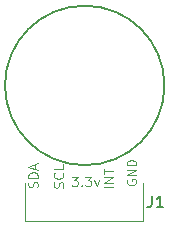
<source format=gbr>
%TF.GenerationSoftware,KiCad,Pcbnew,(5.1.10)-1*%
%TF.CreationDate,2021-10-06T18:30:59-05:00*%
%TF.ProjectId,BYTE_Magnetic,42595445-5f4d-4616-976e-657469632e6b,rev?*%
%TF.SameCoordinates,Original*%
%TF.FileFunction,Legend,Top*%
%TF.FilePolarity,Positive*%
%FSLAX46Y46*%
G04 Gerber Fmt 4.6, Leading zero omitted, Abs format (unit mm)*
G04 Created by KiCad (PCBNEW (5.1.10)-1) date 2021-10-06 18:30:59*
%MOMM*%
%LPD*%
G01*
G04 APERTURE LIST*
%ADD10C,0.120000*%
%ADD11C,0.160000*%
%ADD12C,0.150000*%
G04 APERTURE END LIST*
D10*
X178013809Y-120291428D02*
X178051904Y-120177142D01*
X178051904Y-119986666D01*
X178013809Y-119910476D01*
X177975714Y-119872380D01*
X177899523Y-119834285D01*
X177823333Y-119834285D01*
X177747142Y-119872380D01*
X177709047Y-119910476D01*
X177670952Y-119986666D01*
X177632857Y-120139047D01*
X177594761Y-120215238D01*
X177556666Y-120253333D01*
X177480476Y-120291428D01*
X177404285Y-120291428D01*
X177328095Y-120253333D01*
X177290000Y-120215238D01*
X177251904Y-120139047D01*
X177251904Y-119948571D01*
X177290000Y-119834285D01*
X178051904Y-119491428D02*
X177251904Y-119491428D01*
X177251904Y-119300952D01*
X177290000Y-119186666D01*
X177366190Y-119110476D01*
X177442380Y-119072380D01*
X177594761Y-119034285D01*
X177709047Y-119034285D01*
X177861428Y-119072380D01*
X177937619Y-119110476D01*
X178013809Y-119186666D01*
X178051904Y-119300952D01*
X178051904Y-119491428D01*
X177823333Y-118729523D02*
X177823333Y-118348571D01*
X178051904Y-118805714D02*
X177251904Y-118539047D01*
X178051904Y-118272380D01*
X180917142Y-119401904D02*
X181412380Y-119401904D01*
X181145714Y-119706666D01*
X181260000Y-119706666D01*
X181336190Y-119744761D01*
X181374285Y-119782857D01*
X181412380Y-119859047D01*
X181412380Y-120049523D01*
X181374285Y-120125714D01*
X181336190Y-120163809D01*
X181260000Y-120201904D01*
X181031428Y-120201904D01*
X180955238Y-120163809D01*
X180917142Y-120125714D01*
X181755238Y-120125714D02*
X181793333Y-120163809D01*
X181755238Y-120201904D01*
X181717142Y-120163809D01*
X181755238Y-120125714D01*
X181755238Y-120201904D01*
X182060000Y-119401904D02*
X182555238Y-119401904D01*
X182288571Y-119706666D01*
X182402857Y-119706666D01*
X182479047Y-119744761D01*
X182517142Y-119782857D01*
X182555238Y-119859047D01*
X182555238Y-120049523D01*
X182517142Y-120125714D01*
X182479047Y-120163809D01*
X182402857Y-120201904D01*
X182174285Y-120201904D01*
X182098095Y-120163809D01*
X182060000Y-120125714D01*
X182821904Y-119668571D02*
X183012380Y-120201904D01*
X183202857Y-119668571D01*
X184421904Y-120293809D02*
X183621904Y-120293809D01*
X184421904Y-119912857D02*
X183621904Y-119912857D01*
X184421904Y-119455714D01*
X183621904Y-119455714D01*
X183621904Y-119189047D02*
X183621904Y-118731904D01*
X184421904Y-118960476D02*
X183621904Y-118960476D01*
X180173809Y-120322380D02*
X180211904Y-120208095D01*
X180211904Y-120017619D01*
X180173809Y-119941428D01*
X180135714Y-119903333D01*
X180059523Y-119865238D01*
X179983333Y-119865238D01*
X179907142Y-119903333D01*
X179869047Y-119941428D01*
X179830952Y-120017619D01*
X179792857Y-120170000D01*
X179754761Y-120246190D01*
X179716666Y-120284285D01*
X179640476Y-120322380D01*
X179564285Y-120322380D01*
X179488095Y-120284285D01*
X179450000Y-120246190D01*
X179411904Y-120170000D01*
X179411904Y-119979523D01*
X179450000Y-119865238D01*
X180135714Y-119065238D02*
X180173809Y-119103333D01*
X180211904Y-119217619D01*
X180211904Y-119293809D01*
X180173809Y-119408095D01*
X180097619Y-119484285D01*
X180021428Y-119522380D01*
X179869047Y-119560476D01*
X179754761Y-119560476D01*
X179602380Y-119522380D01*
X179526190Y-119484285D01*
X179450000Y-119408095D01*
X179411904Y-119293809D01*
X179411904Y-119217619D01*
X179450000Y-119103333D01*
X179488095Y-119065238D01*
X180211904Y-118341428D02*
X180211904Y-118722380D01*
X179411904Y-118722380D01*
X185590000Y-119669523D02*
X185551904Y-119745714D01*
X185551904Y-119860000D01*
X185590000Y-119974285D01*
X185666190Y-120050476D01*
X185742380Y-120088571D01*
X185894761Y-120126666D01*
X186009047Y-120126666D01*
X186161428Y-120088571D01*
X186237619Y-120050476D01*
X186313809Y-119974285D01*
X186351904Y-119860000D01*
X186351904Y-119783809D01*
X186313809Y-119669523D01*
X186275714Y-119631428D01*
X186009047Y-119631428D01*
X186009047Y-119783809D01*
X186351904Y-119288571D02*
X185551904Y-119288571D01*
X186351904Y-118831428D01*
X185551904Y-118831428D01*
X186351904Y-118450476D02*
X185551904Y-118450476D01*
X185551904Y-118260000D01*
X185590000Y-118145714D01*
X185666190Y-118069523D01*
X185742380Y-118031428D01*
X185894761Y-117993333D01*
X186009047Y-117993333D01*
X186161428Y-118031428D01*
X186237619Y-118069523D01*
X186313809Y-118145714D01*
X186351904Y-118260000D01*
X186351904Y-118450476D01*
D11*
%TO.C,REF\u002A\u002A*%
X188761320Y-111671100D02*
G75*
G03*
X188761320Y-111671100I-6750000J0D01*
G01*
D10*
%TO.C,J1*%
X176950000Y-123140000D02*
X186950000Y-123140000D01*
X176950000Y-119940000D02*
X176950000Y-123140000D01*
X186950000Y-123140000D02*
X186950000Y-119940000D01*
D12*
X187676666Y-121002380D02*
X187676666Y-121716666D01*
X187629047Y-121859523D01*
X187533809Y-121954761D01*
X187390952Y-122002380D01*
X187295714Y-122002380D01*
X188676666Y-122002380D02*
X188105238Y-122002380D01*
X188390952Y-122002380D02*
X188390952Y-121002380D01*
X188295714Y-121145238D01*
X188200476Y-121240476D01*
X188105238Y-121288095D01*
%TD*%
M02*

</source>
